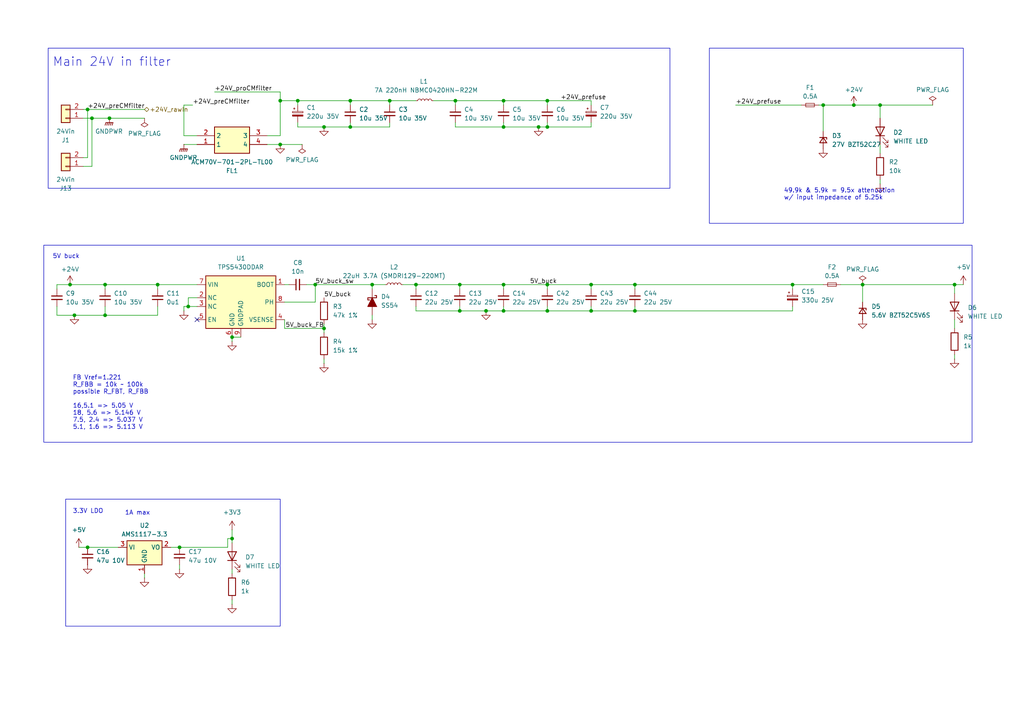
<source format=kicad_sch>
(kicad_sch (version 20231120) (generator "eeschema") (generator_version "8.0")
  (paper "A4")
  (title_block (title "ACC_BMSmaster") (date "2025-06-29") (rev "3.1") (company "NTURacing Team") (comment 1 "Powertrain Group") (comment 2 "Jack Kuo 郭哲明"))
  (lib_symbols
    (symbol "Connector_Generic:Conn_01x02" (pin_names (offset 1.016) hide)
      (property "Reference" "J" (at 0 2.54 0))
      (property "Value" "Conn_01x02" (at 0 -5.08 0))
      (symbol "Conn_01x02_1_1"
        (rectangle (start -1.27 -2.413) (end 0 -2.667) (stroke (width 0.1524)))
        (rectangle (start -1.27 0.127) (end 0 -0.127) (stroke (width 0.1524)))
        (rectangle (start -1.27 1.27) (end 1.27 -3.81) (stroke (width 0.254)) (fill (type background)))
        (pin passive line (at -5.08 0 0) (length 3.81) (name "Pin_1") (number "1"))
        (pin passive line (at -5.08 -2.54 0) (length 3.81) (name "Pin_2") (number "2"))
      )
    )
    (symbol "Device:C_Polarized_Small" (pin_numbers hide) (pin_names (offset 0.254) hide)
      (property "Reference" "C" (at 0.254 1.778 0))
      (property "Value" "C_Polarized_Small" (at 0.254 -2.032 0))
      (symbol "C_Polarized_Small_0_1"
        (rectangle (start -1.524 -0.3048) (end 1.524 -0.6858) (fill (type outline)))
        (rectangle (start -1.524 0.6858) (end 1.524 0.3048))
        (polyline (pts (xy -1.27 1.524) (xy -0.762 1.524)))
        (polyline (pts (xy -1.016 1.27) (xy -1.016 1.778)))
      )
      (symbol "C_Polarized_Small_1_1"
        (pin passive line (at 0 2.54 270) (length 1.8542) (name "~") (number "1"))
        (pin passive line (at 0 -2.54 90) (length 1.8542) (name "~") (number "2"))
      )
    )
    (symbol "Device:C_Small" (pin_numbers hide) (pin_names (offset 0.254) hide)
      (property "Reference" "C" (at 0.254 1.778 0))
      (property "Value" "C_Small" (at 0.254 -2.032 0))
      (symbol "C_Small_0_1"
        (polyline (pts (xy -1.524 -0.508) (xy 1.524 -0.508)) (stroke (width 0.3302)))
        (polyline (pts (xy -1.524 0.508) (xy 1.524 0.508)) (stroke (width 0.3048)))
      )
      (symbol "C_Small_1_1"
        (pin passive line (at 0 2.54 270) (length 2.032) (name "~") (number "1"))
        (pin passive line (at 0 -2.54 90) (length 2.032) (name "~") (number "2"))
      )
    )
    (symbol "Device:D_Zener_Small" (pin_numbers hide) (pin_names (offset 0.254) hide)
      (property "Reference" "D" (at 0 2.286 0))
      (property "Value" "D_Zener_Small" (at 0 -2.286 0))
      (symbol "D_Zener_Small_0_1"
        (polyline (pts (xy 0.762 0) (xy -0.762 0)))
        (polyline (pts (xy -0.254 1.016) (xy -0.762 1.016) (xy -0.762 -1.016)) (stroke (width 0.254)))
        (polyline (pts (xy 0.762 1.016) (xy -0.762 0) (xy 0.762 -1.016) (xy 0.762 1.016)) (stroke (width 0.254)))
      )
      (symbol "D_Zener_Small_1_1"
        (pin passive line (at -2.54 0 0) (length 1.778) (name "K") (number "1"))
        (pin passive line (at 2.54 0 180) (length 1.778) (name "A") (number "2"))
      )
    )
    (symbol "Device:Fuse_Small" (pin_numbers hide) (pin_names (offset 0.254) hide)
      (property "Reference" "F" (at 0 -1.524 0))
      (property "Value" "Fuse_Small" (at 0 1.524 0))
      (symbol "Fuse_Small_0_1"
        (rectangle (start -1.27 0.508) (end 1.27 -0.508))
        (polyline (pts (xy -1.27 0) (xy 1.27 0)))
      )
      (symbol "Fuse_Small_1_1"
        (pin passive line (at -2.54 0 0) (length 1.27) (name "~") (number "1"))
        (pin passive line (at 2.54 0 180) (length 1.27) (name "~") (number "2"))
      )
    )
    (symbol "Device:LED" (pin_numbers hide) (pin_names (offset 1.016) hide)
      (property "Reference" "D" (at 0 2.54 0))
      (property "Value" "LED" (at 0 -2.54 0))
      (symbol "LED_0_1"
        (polyline (pts (xy -1.27 -1.27) (xy -1.27 1.27)) (stroke (width 0.254)))
        (polyline (pts (xy -1.27 0) (xy 1.27 0)))
        (polyline (pts (xy 1.27 -1.27) (xy 1.27 1.27) (xy -1.27 0) (xy 1.27 -1.27)) (stroke (width 0.254)))
        (polyline (pts (xy -3.048 -0.762) (xy -4.572 -2.286) (xy -3.81 -2.286) (xy -4.572 -2.286) (xy -4.572 -1.524)))
        (polyline (pts (xy -1.778 -0.762) (xy -3.302 -2.286) (xy -2.54 -2.286) (xy -3.302 -2.286) (xy -3.302 -1.524)))
      )
      (symbol "LED_1_1"
        (pin passive line (at -3.81 0 0) (length 2.54) (name "K") (number "1"))
        (pin passive line (at 3.81 0 180) (length 2.54) (name "A") (number "2"))
      )
    )
    (symbol "Device:L_Small" (pin_numbers hide) (pin_names (offset 0.254) hide)
      (property "Reference" "L" (at 0.762 1.016 0))
      (property "Value" "L_Small" (at 0.762 -1.016 0))
      (symbol "L_Small_0_1"
        (arc (start 0 -2.032) (mid 0.5058 -1.524) (end 0 -1.016))
        (arc (start 0 -1.016) (mid 0.5058 -0.508) (end 0 0))
        (arc (start 0 0) (mid 0.5058 0.508) (end 0 1.016))
        (arc (start 0 1.016) (mid 0.5058 1.524) (end 0 2.032))
      )
      (symbol "L_Small_1_1"
        (pin passive line (at 0 2.54 270) (length 0.508) (name "~") (number "1"))
        (pin passive line (at 0 -2.54 90) (length 0.508) (name "~") (number "2"))
      )
    )
    (symbol "Device:R" (pin_numbers hide) (pin_names (offset 0))
      (property "Reference" "R" (at 2.032 0 90))
      (property "Value" "R" (at 0 0 90))
      (symbol "R_0_1"
        (rectangle (start -1.016 -2.54) (end 1.016 2.54) (stroke (width 0.254)))
      )
      (symbol "R_1_1"
        (pin passive line (at 0 3.81 270) (length 1.27) (name "~") (number "1"))
        (pin passive line (at 0 -3.81 90) (length 1.27) (name "~") (number "2"))
      )
    )
    (symbol "PCM_Diode_Schottky_AKL:SS54" (pin_numbers hide) (pin_names (offset 1.016) hide)
      (property "Reference" "D" (at 0 5.08 0))
      (property "Value" "SS54" (at 0 2.54 0))
      (symbol "SS54_0_1"
        (polyline (pts (xy -1.27 0) (xy 1.27 0)))
        (polyline (pts (xy -1.27 -1.27) (xy -1.27 1.27) (xy 1.27 0) (xy -1.27 -1.27)) (stroke (width 0.254)) (fill (type outline)))
        (polyline (pts (xy 1.905 -0.762) (xy 1.905 -1.27) (xy 1.27 -1.27) (xy 1.27 1.27) (xy 0.635 1.27) (xy 0.635 0.762)) (stroke (width 0.254)))
      )
      (symbol "SS54_0_2"
        (polyline (pts (xy -2.54 -2.54) (xy 2.54 2.54)))
        (polyline (pts (xy 0 1.778) (xy 1.778 0)) (stroke (width 0.254)))
        (polyline (pts (xy 0 1.778) (xy -0.381 1.397) (xy 0 1.016)) (stroke (width 0.254)))
        (polyline (pts (xy 1.778 0) (xy 2.159 0.381) (xy 1.778 0.762)) (stroke (width 0.254)))
        (polyline (pts (xy -0.889 -0.889) (xy -1.778 0) (xy 0.889 0.889) (xy 0 -1.778) (xy -0.889 -0.889)) (stroke (width 0.254)) (fill (type outline)))
      )
      (symbol "SS54_1_1"
        (pin passive line (at 3.81 0 180) (length 2.54) (name "K") (number "1"))
        (pin passive line (at -3.81 0 0) (length 2.54) (name "A") (number "2"))
      )
      (symbol "SS54_1_2"
        (pin passive line (at 2.54 2.54 180) (length 0) (name "K") (number "1"))
        (pin passive line (at -2.54 -2.54 0) (length 0) (name "A") (number "2"))
      )
    )
    (symbol "Regulator_Linear:AMS1117-3.3"
      (property "Reference" "U" (at -3.81 3.175 0))
      (property "Value" "AMS1117-3.3" (at 0 3.175 0))
      (symbol "AMS1117-3.3_0_1"
        (rectangle (start -5.08 -5.08) (end 5.08 1.905) (stroke (width 0.254)) (fill (type background)))
      )
      (symbol "AMS1117-3.3_1_1"
        (pin power_in line (at 0 -7.62 90) (length 2.54) (name "GND") (number "1"))
        (pin power_out line (at 7.62 0 180) (length 2.54) (name "VO") (number "2"))
        (pin power_in line (at -7.62 0 0) (length 2.54) (name "VI") (number "3"))
      )
    )
    (symbol "SamacSys_Parts_EP6:ACM70V-701-2PL-TL00"
      (property "Reference" "FL" (at 16.51 7.62 0))
      (property "Value" "ACM70V-701-2PL-TL00" (at 16.51 5.08 0))
      (symbol "ACM70V-701-2PL-TL00_1_1"
        (rectangle (start 5.08 2.54) (end 15.24 -5.08) (stroke (width 0.254)) (fill (type background)))
        (pin passive line (at 0 0 0) (length 5.08) (name "1") (number "1"))
        (pin passive line (at 0 -2.54 0) (length 5.08) (name "2") (number "2"))
        (pin passive line (at 20.32 -2.54 180) (length 5.08) (name "3") (number "3"))
        (pin passive line (at 20.32 0 180) (length 5.08) (name "4") (number "4"))
      )
    )
    (symbol "nturt_kicad_lib_EP6:TPS5430DDAR"
      (property "Reference" "U" (at -10.16 8.89 0))
      (property "Value" "TPS5430DDAR" (at -1.27 8.89 0))
      (symbol "TPS5430DDAR_0_1"
        (rectangle (start -10.16 7.62) (end 10.16 -7.62) (stroke (width 0.254)) (fill (type background)))
      )
      (symbol "TPS5430DDAR_1_1"
        (pin input line (at 12.7 5.08 180) (length 2.54) (name "BOOT") (number "1"))
        (pin free line (at -12.7 1.27 0) (length 2.54) (name "NC") (number "2"))
        (pin free line (at -12.7 -1.27 0) (length 2.54) (name "NC") (number "3"))
        (pin input line (at 12.7 -5.08 180) (length 2.54) (name "VSENSE") (number "4"))
        (pin input line (at -12.7 -5.08 0) (length 2.54) (name "EN") (number "5"))
        (pin power_in line (at -2.54 -10.16 90) (length 2.54) (name "GND") (number "6"))
        (pin power_in line (at -12.7 5.08 0) (length 2.54) (name "VIN") (number "7"))
        (pin output line (at 12.7 0 180) (length 2.54) (name "PH") (number "8"))
        (pin power_in line (at 0 -10.16 90) (length 2.54) (name "GNDPAD") (number "9"))
      )
    )
    (symbol "power:+24V" (power) (pin_numbers hide) (pin_names (offset 0) hide)
      (property "Value" "+24V" (at 0 3.556 0))
      (symbol "+24V_0_1"
        (polyline (pts (xy -0.762 1.27) (xy 0 2.54)))
        (polyline (pts (xy 0 0) (xy 0 2.54)))
        (polyline (pts (xy 0 2.54) (xy 0.762 1.27)))
      )
      (symbol "+24V_1_1"
        (pin power_in line (at 0 0 90) (length 0) (name "~") (number "1"))
      )
    )
    (symbol "power:+3V3" (power) (pin_numbers hide) (pin_names (offset 0) hide)
      (property "Value" "+3V3" (at 0 3.556 0))
      (symbol "+3V3_0_1"
        (polyline (pts (xy -0.762 1.27) (xy 0 2.54)))
        (polyline (pts (xy 0 0) (xy 0 2.54)))
        (polyline (pts (xy 0 2.54) (xy 0.762 1.27)))
      )
      (symbol "+3V3_1_1"
        (pin power_in line (at 0 0 90) (length 0) (name "~") (number "1"))
      )
    )
    (symbol "power:+5V" (power) (pin_numbers hide) (pin_names (offset 0) hide)
      (property "Value" "+5V" (at 0 3.556 0))
      (symbol "+5V_0_1"
        (polyline (pts (xy -0.762 1.27) (xy 0 2.54)))
        (polyline (pts (xy 0 0) (xy 0 2.54)))
        (polyline (pts (xy 0 2.54) (xy 0.762 1.27)))
      )
      (symbol "+5V_1_1"
        (pin power_in line (at 0 0 90) (length 0) (name "~") (number "1"))
      )
    )
    (symbol "power:GND" (power) (pin_numbers hide) (pin_names (offset 0) hide)
      (property "Value" "GND" (at 0 -3.81 0))
      (symbol "GND_0_1"
        (polyline (pts (xy 0 0) (xy 0 -1.27) (xy 1.27 -1.27) (xy 0 -2.54) (xy -1.27 -1.27) (xy 0 -1.27)))
      )
      (symbol "GND_1_1"
        (pin power_in line (at 0 0 270) (length 0) (name "~") (number "1"))
      )
    )
    (symbol "power:GNDPWR" (power) (pin_numbers hide) (pin_names (offset 0) hide)
      (property "Value" "GNDPWR" (at 0 -3.302 0))
      (symbol "GNDPWR_0_1"
        (polyline (pts (xy 0 -1.27) (xy 0 0)))
        (polyline (pts (xy -1.016 -1.27) (xy -1.27 -2.032) (xy -1.27 -2.032)) (stroke (width 0.2032)))
        (polyline (pts (xy -0.508 -1.27) (xy -0.762 -2.032) (xy -0.762 -2.032)) (stroke (width 0.2032)))
        (polyline (pts (xy 0 -1.27) (xy -0.254 -2.032) (xy -0.254 -2.032)) (stroke (width 0.2032)))
        (polyline (pts (xy 0.508 -1.27) (xy 0.254 -2.032) (xy 0.254 -2.032)) (stroke (width 0.2032)))
        (polyline (pts (xy 1.016 -1.27) (xy -1.016 -1.27) (xy -1.016 -1.27)) (stroke (width 0.2032)))
        (polyline (pts (xy 1.016 -1.27) (xy 0.762 -2.032) (xy 0.762 -2.032) (xy 0.762 -2.032)) (stroke (width 0.2032)))
      )
      (symbol "GNDPWR_1_1"
        (pin power_in line (at 0 0 270) (length 0) (name "~") (number "1"))
      )
    )
    (symbol "power:PWR_FLAG" (power) (pin_numbers hide) (pin_names (offset 0) hide)
      (property "Value" "PWR_FLAG" (at 0 3.81 0))
      (symbol "PWR_FLAG_0_0"
        (pin power_out line (at 0 0 90) (length 0) (name "~") (number "1"))
      )
      (symbol "PWR_FLAG_0_1"
        (polyline (pts (xy 0 0) (xy 0 1.27) (xy -1.016 1.905) (xy 0 2.54) (xy 1.016 1.905) (xy 0 1.27)))
      )
    )
  )
  (junction (at 250.19 82.55))
  (junction (at 276.86 82.55))
  (junction (at 81.28 41.91))
  (junction (at 101.6 29.21))
  (junction (at 146.05 90.17))
  (junction (at 21.59 91.44))
  (junction (at 107.95 82.55))
  (junction (at 81.28 29.21))
  (junction (at 184.15 90.17))
  (junction (at 184.15 82.55))
  (junction (at 120.65 82.55))
  (junction (at 171.45 82.55))
  (junction (at 146.05 29.21))
  (junction (at 67.31 97.79))
  (junction (at 101.6 36.83))
  (junction (at 146.05 36.83))
  (junction (at 25.4 31.75))
  (junction (at 93.98 95.25))
  (junction (at 158.75 90.17))
  (junction (at 91.44 82.55))
  (junction (at 247.65 30.48))
  (junction (at 146.05 82.55))
  (junction (at 133.35 82.55))
  (junction (at 45.72 82.55))
  (junction (at 156.21 36.83))
  (junction (at 113.03 29.21))
  (junction (at 26.67 34.29))
  (junction (at 67.31 156.21))
  (junction (at 54.61 88.9))
  (junction (at 158.75 36.83))
  (junction (at 238.76 30.48))
  (junction (at 20.32 82.55))
  (junction (at 30.48 91.44))
  (junction (at 132.08 29.21))
  (junction (at 133.35 90.17))
  (junction (at 93.98 36.83))
  (junction (at 86.36 29.21))
  (junction (at 171.45 90.17))
  (junction (at 229.87 82.55))
  (junction (at 25.4 158.75))
  (junction (at 158.75 29.21))
  (junction (at 30.48 82.55))
  (junction (at 52.07 158.75))
  (junction (at 158.75 82.55))
  (junction (at 255.27 30.48))
  (junction (at 31.75 34.29))
  (junction (at 140.97 90.17))
  (no_connect (at 57.15 92.71))
  (wire (pts (xy 120.65 82.55) (xy 133.35 82.55)))
  (wire (pts (xy 171.45 29.21) (xy 158.75 29.21)))
  (wire (pts (xy 132.08 36.83) (xy 132.08 35.56)))
  (wire (pts (xy 93.98 93.98) (xy 93.98 95.25)))
  (wire (pts (xy 91.44 82.55) (xy 107.95 82.55)))
  (wire (pts (xy 156.21 36.83) (xy 158.75 36.83)))
  (wire (pts (xy 184.15 90.17) (xy 171.45 90.17)))
  (wire (pts (xy 77.47 39.37) (xy 81.28 39.37)))
  (wire (pts (xy 213.36 30.48) (xy 232.41 30.48)))
  (wire (pts (xy 57.15 86.36) (xy 54.61 86.36)))
  (wire (pts (xy 67.31 97.79) (xy 69.85 97.79)))
  (wire (pts (xy 53.34 30.48) (xy 55.88 30.48)))
  (wire (pts (xy 67.31 156.21) (xy 66.04 156.21)))
  (wire (pts (xy 93.98 95.25) (xy 82.55 95.25)))
  (wire (pts (xy 146.05 83.82) (xy 146.05 82.55)))
  (wire (pts (xy 20.32 82.55) (xy 16.51 82.55)))
  (wire (pts (xy 184.15 82.55) (xy 229.87 82.55)))
  (wire (pts (xy 146.05 82.55) (xy 158.75 82.55)))
  (wire (pts (xy 116.84 82.55) (xy 120.65 82.55)))
  (wire (pts (xy 86.36 29.21) (xy 101.6 29.21)))
  (wire (pts (xy 30.48 82.55) (xy 45.72 82.55)))
  (wire (pts (xy 158.75 36.83) (xy 171.45 36.83)))
  (wire (pts (xy 107.95 92.71) (xy 107.95 91.44)))
  (wire (pts (xy 184.15 90.17) (xy 229.87 90.17)))
  (wire (pts (xy 238.76 30.48) (xy 247.65 30.48)))
  (wire (pts (xy 81.28 29.21) (xy 86.36 29.21)))
  (wire (pts (xy 133.35 82.55) (xy 146.05 82.55)))
  (wire (pts (xy 45.72 82.55) (xy 57.15 82.55)))
  (wire (pts (xy 133.35 83.82) (xy 133.35 82.55)))
  (wire (pts (xy 107.95 83.82) (xy 107.95 82.55)))
  (wire (pts (xy 86.36 36.83) (xy 86.36 35.56)))
  (wire (pts (xy 93.98 36.83) (xy 101.6 36.83)))
  (wire (pts (xy 52.07 165.1) (xy 52.07 163.83)))
  (wire (pts (xy 132.08 29.21) (xy 125.73 29.21)))
  (wire (pts (xy 54.61 86.36) (xy 54.61 88.9)))
  (wire (pts (xy 81.28 29.21) (xy 81.28 39.37)))
  (wire (pts (xy 41.91 34.29) (xy 31.75 34.29)))
  (wire (pts (xy 146.05 90.17) (xy 146.05 88.9)))
  (wire (pts (xy 171.45 30.48) (xy 171.45 29.21)))
  (wire (pts (xy 101.6 29.21) (xy 113.03 29.21)))
  (wire (pts (xy 113.03 29.21) (xy 120.65 29.21)))
  (wire (pts (xy 120.65 90.17) (xy 120.65 88.9)))
  (wire (pts (xy 45.72 88.9) (xy 45.72 91.44)))
  (wire (pts (xy 25.4 45.72) (xy 25.4 31.75)))
  (wire (pts (xy 26.67 48.26) (xy 26.67 34.29)))
  (wire (pts (xy 120.65 83.82) (xy 120.65 82.55)))
  (wire (pts (xy 24.13 45.72) (xy 25.4 45.72)))
  (wire (pts (xy 270.51 30.48) (xy 255.27 30.48)))
  (wire (pts (xy 171.45 83.82) (xy 171.45 82.55)))
  (wire (pts (xy 113.03 30.48) (xy 113.03 29.21)))
  (wire (pts (xy 66.04 158.75) (xy 66.04 156.21)))
  (wire (pts (xy 158.75 83.82) (xy 158.75 82.55)))
  (wire (pts (xy 45.72 91.44) (xy 30.48 91.44)))
  (wire (pts (xy 229.87 82.55) (xy 238.76 82.55)))
  (wire (pts (xy 20.32 82.55) (xy 30.48 82.55)))
  (wire (pts (xy 158.75 90.17) (xy 146.05 90.17)))
  (wire (pts (xy 21.59 91.44) (xy 30.48 91.44)))
  (wire (pts (xy 62.23 26.67) (xy 81.28 26.67)))
  (wire (pts (xy 30.48 91.44) (xy 30.48 88.9)))
  (wire (pts (xy 238.76 38.1) (xy 238.76 30.48)))
  (wire (pts (xy 16.51 91.44) (xy 16.51 88.9)))
  (wire (pts (xy 133.35 90.17) (xy 140.97 90.17)))
  (wire (pts (xy 250.19 82.55) (xy 276.86 82.55)))
  (wire (pts (xy 250.19 82.55) (xy 250.19 87.63)))
  (wire (pts (xy 24.13 48.26) (xy 26.67 48.26)))
  (wire (pts (xy 49.53 158.75) (xy 52.07 158.75)))
  (wire (pts (xy 22.86 158.75) (xy 25.4 158.75)))
  (wire (pts (xy 146.05 36.83) (xy 146.05 35.56)))
  (wire (pts (xy 146.05 29.21) (xy 158.75 29.21)))
  (wire (pts (xy 86.36 36.83) (xy 93.98 36.83)))
  (wire (pts (xy 82.55 87.63) (xy 91.44 87.63)))
  (wire (pts (xy 16.51 83.82) (xy 16.51 82.55)))
  (wire (pts (xy 101.6 36.83) (xy 101.6 35.56)))
  (wire (pts (xy 120.65 90.17) (xy 133.35 90.17)))
  (wire (pts (xy 107.95 82.55) (xy 111.76 82.55)))
  (wire (pts (xy 113.03 35.56) (xy 113.03 36.83)))
  (wire (pts (xy 255.27 44.45) (xy 255.27 41.91)))
  (wire (pts (xy 229.87 82.55) (xy 229.87 83.82)))
  (wire (pts (xy 243.84 82.55) (xy 250.19 82.55)))
  (wire (pts (xy 77.47 41.91) (xy 81.28 41.91)))
  (wire (pts (xy 82.55 82.55) (xy 83.82 82.55)))
  (wire (pts (xy 276.86 104.14) (xy 276.86 102.87)))
  (wire (pts (xy 41.91 167.64) (xy 41.91 166.37)))
  (wire (pts (xy 26.67 34.29) (xy 31.75 34.29)))
  (wire (pts (xy 146.05 90.17) (xy 140.97 90.17)))
  (wire (pts (xy 229.87 90.17) (xy 229.87 88.9)))
  (wire (pts (xy 132.08 30.48) (xy 132.08 29.21)))
  (wire (pts (xy 88.9 82.55) (xy 91.44 82.55)))
  (wire (pts (xy 25.4 31.75) (xy 41.91 31.75)))
  (wire (pts (xy 276.86 82.55) (xy 279.4 82.55)))
  (wire (pts (xy 276.86 82.55) (xy 276.86 85.09)))
  (wire (pts (xy 158.75 88.9) (xy 158.75 90.17)))
  (wire (pts (xy 53.34 30.48) (xy 53.34 39.37)))
  (wire (pts (xy 132.08 36.83) (xy 146.05 36.83)))
  (wire (pts (xy 81.28 41.91) (xy 87.63 41.91)))
  (wire (pts (xy 16.51 91.44) (xy 21.59 91.44)))
  (wire (pts (xy 67.31 175.26) (xy 67.31 173.99)))
  (wire (pts (xy 86.36 30.48) (xy 86.36 29.21)))
  (wire (pts (xy 132.08 29.21) (xy 146.05 29.21)))
  (wire (pts (xy 53.34 90.17) (xy 53.34 88.9)))
  (wire (pts (xy 276.86 95.25) (xy 276.86 92.71)))
  (wire (pts (xy 24.13 31.75) (xy 25.4 31.75)))
  (wire (pts (xy 158.75 30.48) (xy 158.75 29.21)))
  (wire (pts (xy 146.05 36.83) (xy 156.21 36.83)))
  (wire (pts (xy 24.13 34.29) (xy 26.67 34.29)))
  (wire (pts (xy 67.31 99.06) (xy 67.31 97.79)))
  (wire (pts (xy 101.6 30.48) (xy 101.6 29.21)))
  (wire (pts (xy 93.98 105.41) (xy 93.98 104.14)))
  (wire (pts (xy 30.48 82.55) (xy 30.48 83.82)))
  (wire (pts (xy 67.31 156.21) (xy 67.31 157.48)))
  (wire (pts (xy 53.34 88.9) (xy 54.61 88.9)))
  (wire (pts (xy 171.45 82.55) (xy 184.15 82.55)))
  (wire (pts (xy 171.45 90.17) (xy 158.75 90.17)))
  (wire (pts (xy 67.31 166.37) (xy 67.31 165.1)))
  (wire (pts (xy 184.15 83.82) (xy 184.15 82.55)))
  (wire (pts (xy 171.45 88.9) (xy 171.45 90.17)))
  (wire (pts (xy 146.05 30.48) (xy 146.05 29.21)))
  (wire (pts (xy 101.6 36.83) (xy 113.03 36.83)))
  (wire (pts (xy 255.27 53.34) (xy 255.27 52.07)))
  (wire (pts (xy 158.75 36.83) (xy 158.75 35.56)))
  (wire (pts (xy 54.61 88.9) (xy 57.15 88.9)))
  (wire (pts (xy 158.75 82.55) (xy 171.45 82.55)))
  (wire (pts (xy 25.4 158.75) (xy 34.29 158.75)))
  (wire (pts (xy 93.98 95.25) (xy 93.98 96.52)))
  (wire (pts (xy 67.31 153.67) (xy 67.31 156.21)))
  (wire (pts (xy 53.34 41.91) (xy 57.15 41.91)))
  (wire (pts (xy 52.07 158.75) (xy 66.04 158.75)))
  (wire (pts (xy 237.49 30.48) (xy 238.76 30.48)))
  (wire (pts (xy 184.15 88.9) (xy 184.15 90.17)))
  (wire (pts (xy 133.35 90.17) (xy 133.35 88.9)))
  (wire (pts (xy 82.55 95.25) (xy 82.55 92.71)))
  (wire (pts (xy 255.27 30.48) (xy 255.27 34.29)))
  (wire (pts (xy 53.34 39.37) (xy 57.15 39.37)))
  (wire (pts (xy 247.65 30.48) (xy 255.27 30.48)))
  (wire (pts (xy 45.72 83.82) (xy 45.72 82.55)))
  (wire (pts (xy 91.44 82.55) (xy 91.44 87.63)))
  (wire (pts (xy 81.28 26.67) (xy 81.28 29.21)))
  (wire (pts (xy 171.45 36.83) (xy 171.45 35.56)))
  (rectangle (start 12.7 71.12) (end 281.94 128.27))
  (rectangle (start 13.97 13.97) (end 194.31 54.61))
  (rectangle (start 19.05 144.78) (end 81.28 181.61))
  (rectangle (start 205.74 13.97) (end 279.4 64.77))
  (text "49.9k & 5.9k = 9.5x attenuation \nw/ input impedance of 5.25k" (at 227.33 58.166 0) (effects (font (size 1.27 1.27)) (justify left bottom)))
  (text "FB Vref=1.221\nR_FBB = 10k ~ 100k\npossible R_FBT, R_FBB\n\n16,5.1 => 5.05 V\n18, 5.6 => 5.146 V\n7.5, 2.4 => 5.037 V\n5.1, 1.6 => 5.113 V" (at 21.082 124.714 0) (effects (font (size 1.27 1.27)) (justify left bottom)))
  (text "1A max" (at 39.878 148.844 0) (effects (font (size 1.27 1.27))))
  (text "5V buck" (at 15.24 75.184 0) (effects (font (size 1.27 1.27)) (justify left bottom)))
  (text "3.3V LDO" (at 21.082 149.098 0) (effects (font (size 1.27 1.27)) (justify left bottom)))
  (text "Main 24V in filter\n" (at 15.24 19.558 0) (effects (font (size 2.54 2.54)) (justify left bottom)))
  (label "+24V_prefuse" (at 162.56 29.21 0))
  (label "+24V_proCMfilter" (at 62.23 26.67 0))
  (label "5V_buck_FB" (at 93.98 95.25 180))
  (label "5V_buck" (at 93.98 86.36 0))
  (label "5V_buck" (at 153.67 82.55 0))
  (label "+24V_prefuse" (at 213.36 30.48 0))
  (label "+24V_preCMfilter" (at 55.88 30.48 0))
  (label "+24V_preCMfilter" (at 25.4 31.75 0))
  (label "5V_buck_sw" (at 91.44 82.55 0))
  (hierarchical_label "+24V_rawIn" (shape bidirectional) (at 41.91 31.75 0))
  (symbol (lib_id "SamacSys_Parts_EP6:ACM70V-701-2PL-TL00") (at 57.15 41.91 0) (mirror x) (unit 1)
    (property "Reference" "FL1" (at 67.31 49.53 0))
    (property "Value" "ACM70V-701-2PL-TL00" (at 67.31 46.99 0))
    (property "Footprint" "SamacSys_Parts_EP6:ACM70V7012PLTL00" (effects (hide yes)))
    (property "Datasheet" "https://product.tdk.com/system/files/dam/doc/product/emc/emc/cmf_cmc/datasheets/cmf_automotive_power_acm70v_en.pdf" (effects (hide yes)))
    (property "Description" "Common Mode Choke 700R 4A R015 SMD TDK ACM-V Series Shielded SMD Common Mode Line Filter with a Ferrite Core, Wire-Wound 4A Idc" (effects (hide yes)))
    (property "Height" "3" (effects (hide yes)))
    (property "Mouser Part Number" "810-ACM70V7012PLTL00" (effects (hide yes)))
    (property "Mouser Price/Stock" "https://www.mouser.co.uk/ProductDetail/TDK/ACM70V-701-2PL-TL00?qs=YvrHl8DOVkzRE2uVQ82ErQ%3D%3D" (effects (hide yes)))
    (property "Manufacturer_Name" "TDK" (effects (hide yes)))
    (property "Manufacturer_Part_Number" "ACM70V-701-2PL-TL00" (effects (hide yes)))
  )
  (symbol (lib_id "Device:R") (at 93.98 100.33 0) (unit 1)
    (property "Reference" "R4" (at 96.52 99.06 0) (effects (justify left)))
    (property "Value" "15k 1%" (at 96.52 101.6 0) (effects (justify left)))
    (property "Footprint" "Resistor_SMD:R_0603_1608Metric" (effects (hide yes)))
    (property "Description" "Resistor" (effects (hide yes)))
  )
  (symbol (lib_id "power:+24V") (at 247.65 30.48 0) (unit 1)
    (property "Reference" "#PWR01" (effects (hide yes)))
    (property "Value" "+24V" (at 247.65 26.035 0))
    (property "Description" "Power symbol creates a global label with name \"+24V\"" (effects (hide yes)))
  )
  (symbol (lib_id "Device:C_Small") (at 171.45 86.36 0) (unit 1)
    (property "Reference" "C43" (at 173.99 85.0962 0) (effects (justify left)))
    (property "Value" "22u 25V" (at 173.99 87.6362 0) (effects (justify left)))
    (property "Footprint" "Capacitor_SMD:C_1206_3216Metric" (effects (hide yes)))
    (property "Description" "Unpolarized capacitor, small symbol" (effects (hide yes)))
  )
  (symbol (lib_id "Device:R") (at 93.98 90.17 0) (unit 1)
    (property "Reference" "R3" (at 96.52 88.9 0) (effects (justify left)))
    (property "Value" "47k 1%" (at 96.52 91.44 0) (effects (justify left)))
    (property "Footprint" "Resistor_SMD:R_0603_1608Metric" (effects (hide yes)))
    (property "Description" "Resistor" (effects (hide yes)))
  )
  (symbol (lib_id "power:GND") (at 53.34 90.17 0) (unit 1)
    (property "Reference" "#PWR012" (effects (hide yes)))
    (property "Value" "GND" (effects (hide yes)))
    (property "Description" "Power symbol creates a global label with name \"GND\" , ground" (effects (hide yes)))
  )
  (symbol (lib_id "power:PWR_FLAG") (at 250.19 82.55 0) (mirror y) (unit 1)
    (property "Reference" "#FLG04" (effects (hide yes)))
    (property "Value" "PWR_FLAG" (at 250.19 78.105 0))
    (property "Description" "Special symbol for telling ERC where power comes from" (effects (hide yes)))
  )
  (symbol (lib_id "Device:LED") (at 255.27 38.1 90) (unit 1)
    (property "Reference" "D2" (at 259.08 38.4174 90) (effects (justify right)))
    (property "Value" "WHITE LED" (at 259.08 40.9574 90) (effects (justify right)))
    (property "Footprint" "LED_SMD:LED_0603_1608Metric" (effects (hide yes)))
    (property "Description" "Light emitting diode" (effects (hide yes)))
  )
  (symbol (lib_id "Device:C_Small") (at 133.35 86.36 0) (unit 1)
    (property "Reference" "C13" (at 135.89 85.0962 0) (effects (justify left)))
    (property "Value" "22u 25V" (at 135.89 87.6362 0) (effects (justify left)))
    (property "Footprint" "Capacitor_SMD:C_1206_3216Metric" (effects (hide yes)))
    (property "Description" "Unpolarized capacitor, small symbol" (effects (hide yes)))
  )
  (symbol (lib_id "power:+5V") (at 279.4 82.55 0) (unit 1)
    (property "Reference" "#PWR011" (effects (hide yes)))
    (property "Value" "+5V" (at 279.4 77.47 0))
    (property "Description" "Power symbol creates a global label with name \"+5V\"" (effects (hide yes)))
  )
  (symbol (lib_id "Connector_Generic:Conn_01x02") (at 19.05 34.29 180) (unit 1)
    (property "Reference" "J1" (at 19.05 40.64 0))
    (property "Value" "24Vin" (at 19.05 38.1 0))
    (property "Footprint" "Connector_JST:JST_VH_B2P-VH_1x02_P3.96mm_Vertical" (effects (hide yes)))
    (property "Description" "Generic connector, single row, 01x02, script generated (kicad-library-utils/schlib/autogen/connector/)" (effects (hide yes)))
  )
  (symbol (lib_id "power:GND") (at 250.19 92.71 0) (unit 1)
    (property "Reference" "#PWR016" (effects (hide yes)))
    (property "Value" "GND" (effects (hide yes)))
    (property "Description" "Power symbol creates a global label with name \"GND\" , ground" (effects (hide yes)))
  )
  (symbol (lib_id "Device:C_Small") (at 25.4 161.29 0) (unit 1)
    (property "Reference" "C16" (at 27.94 160.02 0) (effects (justify left)))
    (property "Value" "47u 10V" (at 27.94 162.56 0) (effects (justify left)))
    (property "Footprint" "Capacitor_SMD:C_1206_3216Metric" (effects (hide yes)))
    (property "Description" "Unpolarized capacitor, small symbol" (effects (hide yes)))
  )
  (symbol (lib_id "power:GND") (at 21.59 91.44 0) (unit 1)
    (property "Reference" "#PWR014" (effects (hide yes)))
    (property "Value" "GND" (effects (hide yes)))
    (property "Description" "Power symbol creates a global label with name \"GND\" , ground" (effects (hide yes)))
  )
  (symbol (lib_id "nturt_kicad_lib_EP6:TPS5430DDAR") (at 69.85 87.63 0) (unit 1)
    (property "Reference" "U1" (at 69.85 74.93 0))
    (property "Value" "TPS5430DDAR" (at 69.85 77.47 0))
    (property "Footprint" "Package_SO:TI_SO-PowerPAD-8_ThermalVias" (effects (hide yes)))
    (property "Datasheet" "http://www.ti.com/lit/ds/symlink/tps5430.pdf" (effects (hide yes)))
    (property "Description" "3A, Step Down Swift Converter, Adjustable Output Voltage, 5.5-36V Input Voltage, PowerSO-8" (effects (hide yes)))
  )
  (symbol (lib_id "power:GNDPWR") (at 31.75 34.29 0) (unit 1)
    (property "Reference" "#PWR02" (effects (hide yes)))
    (property "Value" "GNDPWR" (at 31.623 38.1 0))
    (property "Description" "Power symbol creates a global label with name \"GNDPWR\" , global ground" (effects (hide yes)))
  )
  (symbol (lib_id "Device:C_Small") (at 146.05 33.02 0) (unit 1)
    (property "Reference" "C5" (at 148.59 31.7562 0) (effects (justify left)))
    (property "Value" "10u 35V" (at 148.59 34.2962 0) (effects (justify left)))
    (property "Footprint" "Capacitor_SMD:C_1206_3216Metric" (effects (hide yes)))
    (property "Description" "Unpolarized capacitor, small symbol" (effects (hide yes)))
  )
  (symbol (lib_id "Device:C_Small") (at 45.72 86.36 180) (unit 1)
    (property "Reference" "C11" (at 48.26 85.0835 0) (effects (justify right)))
    (property "Value" "0u1" (at 48.26 87.6235 0) (effects (justify right)))
    (property "Footprint" "Capacitor_SMD:C_0603_1608Metric" (effects (hide yes)))
    (property "Description" "Unpolarized capacitor, small symbol" (effects (hide yes)))
  )
  (symbol (lib_id "Device:LED") (at 276.86 88.9 90) (unit 1)
    (property "Reference" "D6" (at 280.67 89.2174 90) (effects (justify right)))
    (property "Value" "WHITE LED" (at 280.67 91.7574 90) (effects (justify right)))
    (property "Footprint" "LED_SMD:LED_0603_1608Metric" (effects (hide yes)))
    (property "Description" "Light emitting diode" (effects (hide yes)))
  )
  (symbol (lib_id "Connector_Generic:Conn_01x02") (at 19.05 48.26 180) (unit 1)
    (property "Reference" "J13" (at 19.05 54.61 0))
    (property "Value" "24Vin" (at 19.05 52.07 0))
    (property "Footprint" "Connector_JST:JST_VH_B2P-VH_1x02_P3.96mm_Vertical" (effects (hide yes)))
    (property "Description" "Generic connector, single row, 01x02, script generated (kicad-library-utils/schlib/autogen/connector/)" (effects (hide yes)))
  )
  (symbol (lib_id "Device:C_Small") (at 146.05 86.36 0) (unit 1)
    (property "Reference" "C14" (at 148.59 85.0962 0) (effects (justify left)))
    (property "Value" "22u 25V" (at 148.59 87.6362 0) (effects (justify left)))
    (property "Footprint" "Capacitor_SMD:C_1206_3216Metric" (effects (hide yes)))
    (property "Description" "Unpolarized capacitor, small symbol" (effects (hide yes)))
  )
  (symbol (lib_id "power:GND") (at 255.27 53.34 0) (unit 1)
    (property "Reference" "#PWR09" (effects (hide yes)))
    (property "Value" "GND" (effects (hide yes)))
    (property "Description" "Power symbol creates a global label with name \"GND\" , ground" (effects (hide yes)))
  )
  (symbol (lib_id "Device:C_Small") (at 158.75 33.02 0) (unit 1)
    (property "Reference" "C6" (at 161.29 31.7562 0) (effects (justify left)))
    (property "Value" "10u 35V" (at 161.29 34.2962 0) (effects (justify left)))
    (property "Footprint" "Capacitor_SMD:C_1206_3216Metric" (effects (hide yes)))
    (property "Description" "Unpolarized capacitor, small symbol" (effects (hide yes)))
  )
  (symbol (lib_id "Regulator_Linear:AMS1117-3.3") (at 41.91 158.75 0) (unit 1)
    (property "Reference" "U2" (at 41.91 152.4 0))
    (property "Value" "AMS1117-3.3" (at 41.91 154.94 0))
    (property "Footprint" "Package_TO_SOT_SMD:SOT-223-3_TabPin2" (effects (hide yes)))
    (property "Datasheet" "http://www.advanced-monolithic.com/pdf/ds1117.pdf" (effects (hide yes)))
    (property "Description" "1A Low Dropout regulator, positive, 3.3V fixed output, SOT-223" (effects (hide yes)))
  )
  (symbol (lib_id "power:GNDPWR") (at 53.34 41.91 0) (unit 1)
    (property "Reference" "#PWR05" (effects (hide yes)))
    (property "Value" "GNDPWR" (at 53.213 45.72 0))
    (property "Description" "Power symbol creates a global label with name \"GNDPWR\" , global ground" (effects (hide yes)))
  )
  (symbol (lib_id "power:GND") (at 25.4 163.83 0) (unit 1)
    (property "Reference" "#PWR022" (effects (hide yes)))
    (property "Value" "GND" (effects (hide yes)))
    (property "Description" "Power symbol creates a global label with name \"GND\" , ground" (effects (hide yes)))
  )
  (symbol (lib_id "Device:Fuse_Small") (at 234.95 30.48 0) (unit 1)
    (property "Reference" "F1" (at 234.95 25.4 0))
    (property "Value" "0.5A" (at 234.95 27.94 0))
    (property "Footprint" "Fuse:Fuse_1206_3216Metric" (effects (hide yes)))
    (property "Description" "Fuse, small symbol" (effects (hide yes)))
  )
  (symbol (lib_id "power:GND") (at 52.07 165.1 0) (unit 1)
    (property "Reference" "#PWR023" (effects (hide yes)))
    (property "Value" "GND" (effects (hide yes)))
    (property "Description" "Power symbol creates a global label with name \"GND\" , ground" (effects (hide yes)))
  )
  (symbol (lib_id "Device:R") (at 255.27 48.26 0) (unit 1)
    (property "Reference" "R2" (at 257.81 46.99 0) (effects (justify left)))
    (property "Value" "10k" (at 257.81 49.53 0) (effects (justify left)))
    (property "Footprint" "Resistor_SMD:R_0402_1005Metric" (effects (hide yes)))
    (property "Description" "Resistor" (effects (hide yes)))
  )
  (symbol (lib_id "power:GND") (at 276.86 104.14 0) (unit 1)
    (property "Reference" "#PWR019" (effects (hide yes)))
    (property "Value" "GND" (effects (hide yes)))
    (property "Description" "Power symbol creates a global label with name \"GND\" , ground" (effects (hide yes)))
  )
  (symbol (lib_id "Device:R") (at 67.31 170.18 0) (unit 1)
    (property "Reference" "R6" (at 69.85 168.91 0) (effects (justify left)))
    (property "Value" "1k" (at 69.85 171.45 0) (effects (justify left)))
    (property "Footprint" "Resistor_SMD:R_0402_1005Metric" (effects (hide yes)))
    (property "Description" "Resistor" (effects (hide yes)))
  )
  (symbol (lib_id "power:+24V") (at 20.32 82.55 0) (unit 1)
    (property "Reference" "#PWR010" (effects (hide yes)))
    (property "Value" "+24V" (at 20.32 78.105 0))
    (property "Description" "Power symbol creates a global label with name \"+24V\"" (effects (hide yes)))
  )
  (symbol (lib_id "Device:C_Polarized_Small") (at 229.87 86.36 0) (unit 1)
    (property "Reference" "C15" (at 232.41 84.5438 0) (effects (justify left)))
    (property "Value" "330u 25V" (at 232.41 87.0838 0) (effects (justify left)))
    (property "Footprint" "Capacitor_THT:CP_Radial_D8.0mm_P3.80mm" (effects (hide yes)))
    (property "Description" "Polarized capacitor, small symbol" (effects (hide yes)))
  )
  (symbol (lib_id "Device:Fuse_Small") (at 241.3 82.55 0) (unit 1)
    (property "Reference" "F2" (at 241.3 77.47 0))
    (property "Value" "0.5A" (at 241.3 80.01 0))
    (property "Footprint" "Fuse:Fuse_1206_3216Metric" (effects (hide yes)))
    (property "Description" "Fuse, small symbol" (effects (hide yes)))
  )
  (symbol (lib_id "Device:L_Small") (at 114.3 82.55 90) (unit 1)
    (property "Reference" "L2" (at 114.3 77.47 90))
    (property "Value" "22uH 3.7A (SMDRI129-220MT)" (at 114.3 80.01 90))
    (property "Footprint" "Inductor_SMD:L_Bourns_SRR1260" (effects (hide yes)))
    (property "Description" "Inductor, small symbol" (effects (hide yes)))
  )
  (symbol (lib_id "power:PWR_FLAG") (at 41.91 34.29 180) (unit 1)
    (property "Reference" "#FLG02" (effects (hide yes)))
    (property "Value" "PWR_FLAG" (at 41.91 38.735 0))
    (property "Description" "Special symbol for telling ERC where power comes from" (effects (hide yes)))
  )
  (symbol (lib_id "Device:C_Small") (at 52.07 161.29 0) (unit 1)
    (property "Reference" "C17" (at 54.61 160.02 0) (effects (justify left)))
    (property "Value" "47u 10V" (at 54.61 162.56 0) (effects (justify left)))
    (property "Footprint" "Capacitor_SMD:C_1206_3216Metric" (effects (hide yes)))
    (property "Description" "Unpolarized capacitor, small symbol" (effects (hide yes)))
  )
  (symbol (lib_id "Device:C_Small") (at 184.15 86.36 0) (unit 1)
    (property "Reference" "C44" (at 186.69 85.0962 0) (effects (justify left)))
    (property "Value" "22u 25V" (at 186.69 87.6362 0) (effects (justify left)))
    (property "Footprint" "Capacitor_SMD:C_1206_3216Metric" (effects (hide yes)))
    (property "Description" "Unpolarized capacitor, small symbol" (effects (hide yes)))
  )
  (symbol (lib_id "power:GND") (at 93.98 36.83 0) (unit 1)
    (property "Reference" "#PWR03" (effects (hide yes)))
    (property "Value" "GND" (effects (hide yes)))
    (property "Description" "Power symbol creates a global label with name \"GND\" , ground" (effects (hide yes)))
  )
  (symbol (lib_id "power:GND") (at 81.28 41.91 0) (unit 1)
    (property "Reference" "#PWR06" (effects (hide yes)))
    (property "Value" "GND" (effects (hide yes)))
    (property "Description" "Power symbol creates a global label with name \"GND\" , ground" (effects (hide yes)))
  )
  (symbol (lib_id "power:GND") (at 107.95 92.71 0) (unit 1)
    (property "Reference" "#PWR015" (effects (hide yes)))
    (property "Value" "GND" (effects (hide yes)))
    (property "Description" "Power symbol creates a global label with name \"GND\" , ground" (effects (hide yes)))
  )
  (symbol (lib_id "Device:C_Small") (at 16.51 86.36 0) (unit 1)
    (property "Reference" "C9" (at 19.05 85.0962 0) (effects (justify left)))
    (property "Value" "10u 35V" (at 19.05 87.6362 0) (effects (justify left)))
    (property "Footprint" "Capacitor_SMD:C_1206_3216Metric" (effects (hide yes)))
    (property "Description" "Unpolarized capacitor, small symbol" (effects (hide yes)))
  )
  (symbol (lib_id "Device:D_Zener_Small") (at 238.76 40.64 270) (unit 1)
    (property "Reference" "D3" (at 241.3 39.37 90) (effects (justify left)))
    (property "Value" "27V BZT52C27" (at 241.3 41.91 90) (effects (justify left)))
    (property "Footprint" "Diode_SMD:D_SOD-323" (effects (hide yes)))
    (property "Description" "Zener diode, small symbol" (effects (hide yes)))
  )
  (symbol (lib_id "Device:L_Small") (at 123.19 29.21 90) (unit 1)
    (property "Reference" "L1" (at 122.936 23.622 90))
    (property "Value" "7A 220nH NBMC0420HN-R22M" (at 123.571 26.162 90))
    (property "Footprint" "Inductor_SMD:L_Ferrocore_DLG-0403" (effects (hide yes)))
    (property "Description" "Inductor, small symbol" (effects (hide yes)))
  )
  (symbol (lib_id "Device:D_Zener_Small") (at 250.19 90.17 270) (unit 1)
    (property "Reference" "D5" (at 252.73 88.9 90) (effects (justify left)))
    (property "Value" "5.6V BZT52C5V6S" (at 252.73 91.44 90) (effects (justify left)))
    (property "Footprint" "Diode_SMD:D_SOD-323" (effects (hide yes)))
    (property "Description" "Zener diode, small symbol" (effects (hide yes)))
  )
  (symbol (lib_id "power:GND") (at 67.31 99.06 0) (unit 1)
    (property "Reference" "#PWR017" (effects (hide yes)))
    (property "Value" "GND" (effects (hide yes)))
    (property "Description" "Power symbol creates a global label with name \"GND\" , ground" (effects (hide yes)))
  )
  (symbol (lib_id "power:GND") (at 238.76 43.18 0) (unit 1)
    (property "Reference" "#PWR07" (effects (hide yes)))
    (property "Value" "GND" (effects (hide yes)))
    (property "Description" "Power symbol creates a global label with name \"GND\" , ground" (effects (hide yes)))
  )
  (symbol (lib_id "Device:C_Small") (at 101.6 33.02 0) (unit 1)
    (property "Reference" "C2" (at 104.14 31.7562 0) (effects (justify left)))
    (property "Value" "10u 35V" (at 104.14 34.2962 0) (effects (justify left)))
    (property "Footprint" "Capacitor_SMD:C_1206_3216Metric" (effects (hide yes)))
    (property "Description" "Unpolarized capacitor, small symbol" (effects (hide yes)))
  )
  (symbol (lib_id "power:GND") (at 93.98 105.41 0) (unit 1)
    (property "Reference" "#PWR018" (effects (hide yes)))
    (property "Value" "GND" (effects (hide yes)))
    (property "Description" "Power symbol creates a global label with name \"GND\" , ground" (effects (hide yes)))
  )
  (symbol (lib_id "power:GND") (at 41.91 167.64 0) (unit 1)
    (property "Reference" "#PWR024" (effects (hide yes)))
    (property "Value" "GND" (effects (hide yes)))
    (property "Description" "Power symbol creates a global label with name \"GND\" , ground" (effects (hide yes)))
  )
  (symbol (lib_id "Device:C_Polarized_Small") (at 171.45 33.02 0) (unit 1)
    (property "Reference" "C7" (at 173.99 31.2038 0) (effects (justify left)))
    (property "Value" "220u 35V" (at 173.99 33.7438 0) (effects (justify left)))
    (property "Footprint" "Capacitor_THT:CP_Radial_D8.0mm_P3.80mm" (effects (hide yes)))
    (property "Description" "Polarized capacitor, small symbol" (effects (hide yes)))
  )
  (symbol (lib_id "Device:C_Small") (at 86.36 82.55 90) (unit 1)
    (property "Reference" "C8" (at 86.3663 76.2 90))
    (property "Value" "10n" (at 86.3663 78.74 90))
    (property "Footprint" "Capacitor_SMD:C_0603_1608Metric" (effects (hide yes)))
    (property "Description" "Unpolarized capacitor, small symbol" (effects (hide yes)))
  )
  (symbol (lib_id "power:GND") (at 156.21 36.83 0) (unit 1)
    (property "Reference" "#PWR04" (effects (hide yes)))
    (property "Value" "GND" (effects (hide yes)))
    (property "Description" "Power symbol creates a global label with name \"GND\" , ground" (effects (hide yes)))
  )
  (symbol (lib_id "power:PWR_FLAG") (at 87.63 41.91 180) (unit 1)
    (property "Reference" "#FLG03" (effects (hide yes)))
    (property "Value" "PWR_FLAG" (at 87.63 46.355 0))
    (property "Description" "Special symbol for telling ERC where power comes from" (effects (hide yes)))
  )
  (symbol (lib_id "PCM_Diode_Schottky_AKL:SS54") (at 107.95 87.63 90) (unit 1)
    (property "Reference" "D4" (at 110.49 86.0424 90) (effects (justify right)))
    (property "Value" "SS54" (at 110.49 88.5824 90) (effects (justify right)))
    (property "Footprint" "Diode_SMD:D_SMA" (effects (hide yes)))
    (property "Datasheet" "https://www.laro.com.pl/pdf/ss56.pdf" (effects (hide yes)))
    (property "Description" "SMC Schottky diode, 40V, 5A, Alternate KiCAD Library" (effects (hide yes)))
  )
  (symbol (lib_id "power:+3V3") (at 67.31 153.67 0) (unit 1)
    (property "Reference" "#PWR020" (effects (hide yes)))
    (property "Value" "+3V3" (at 67.31 148.59 0))
    (property "Description" "Power symbol creates a global label with name \"+3V3\"" (effects (hide yes)))
  )
  (symbol (lib_id "power:PWR_FLAG") (at 270.51 30.48 0) (mirror y) (unit 1)
    (property "Reference" "#FLG01" (effects (hide yes)))
    (property "Value" "PWR_FLAG" (at 270.51 26.035 0))
    (property "Description" "Special symbol for telling ERC where power comes from" (effects (hide yes)))
  )
  (symbol (lib_id "Device:C_Small") (at 120.65 86.36 0) (unit 1)
    (property "Reference" "C12" (at 123.19 85.0962 0) (effects (justify left)))
    (property "Value" "22u 25V" (at 123.19 87.6362 0) (effects (justify left)))
    (property "Footprint" "Capacitor_SMD:C_1206_3216Metric" (effects (hide yes)))
    (property "Description" "Unpolarized capacitor, small symbol" (effects (hide yes)))
  )
  (symbol (lib_id "Device:R") (at 276.86 99.06 0) (unit 1)
    (property "Reference" "R5" (at 279.4 97.79 0) (effects (justify left)))
    (property "Value" "1k" (at 279.4 100.33 0) (effects (justify left)))
    (property "Footprint" "Resistor_SMD:R_0402_1005Metric" (effects (hide yes)))
    (property "Description" "Resistor" (effects (hide yes)))
  )
  (symbol (lib_id "Device:C_Small") (at 132.08 33.02 0) (unit 1)
    (property "Reference" "C4" (at 134.62 31.7562 0) (effects (justify left)))
    (property "Value" "10u 35V" (at 134.62 34.2962 0) (effects (justify left)))
    (property "Footprint" "Capacitor_SMD:C_1206_3216Metric" (effects (hide yes)))
    (property "Description" "Unpolarized capacitor, small symbol" (effects (hide yes)))
  )
  (symbol (lib_id "power:GND") (at 140.97 90.17 0) (unit 1)
    (property "Reference" "#PWR013" (effects (hide yes)))
    (property "Value" "GND" (effects (hide yes)))
    (property "Description" "Power symbol creates a global label with name \"GND\" , ground" (effects (hide yes)))
  )
  (symbol (lib_id "Device:C_Small") (at 158.75 86.36 0) (unit 1)
    (property "Reference" "C42" (at 161.29 85.0962 0) (effects (justify left)))
    (property "Value" "22u 25V" (at 161.29 87.6362 0) (effects (justify left)))
    (property "Footprint" "Capacitor_SMD:C_1206_3216Metric" (effects (hide yes)))
    (property "Description" "Unpolarized capacitor, small symbol" (effects (hide yes)))
  )
  (symbol (lib_id "Device:C_Small") (at 113.03 33.02 0) (unit 1)
    (property "Reference" "C3" (at 115.57 31.7562 0) (effects (justify left)))
    (property "Value" "10u 35V" (at 115.57 34.2962 0) (effects (justify left)))
    (property "Footprint" "Capacitor_SMD:C_1206_3216Metric" (effects (hide yes)))
    (property "Description" "Unpolarized capacitor, small symbol" (effects (hide yes)))
  )
  (symbol (lib_id "power:GND") (at 67.31 175.26 0) (unit 1)
    (property "Reference" "#PWR025" (effects (hide yes)))
    (property "Value" "GND" (effects (hide yes)))
    (property "Description" "Power symbol creates a global label with name \"GND\" , ground" (effects (hide yes)))
  )
  (symbol (lib_id "Device:LED") (at 67.31 161.29 90) (unit 1)
    (property "Reference" "D7" (at 71.12 161.6074 90) (effects (justify right)))
    (property "Value" "WHITE LED" (at 71.12 164.1474 90) (effects (justify right)))
    (property "Footprint" "LED_SMD:LED_0603_1608Metric" (effects (hide yes)))
    (property "Description" "Light emitting diode" (effects (hide yes)))
  )
  (symbol (lib_id "Device:C_Polarized_Small") (at 86.36 33.02 0) (unit 1)
    (property "Reference" "C1" (at 88.9 31.2038 0) (effects (justify left)))
    (property "Value" "220u 35V" (at 88.9 33.7438 0) (effects (justify left)))
    (property "Footprint" "Capacitor_THT:CP_Radial_D8.0mm_P3.80mm" (effects (hide yes)))
    (property "Description" "Polarized capacitor, small symbol" (effects (hide yes)))
  )
  (symbol (lib_id "Device:C_Small") (at 30.48 86.36 0) (unit 1)
    (property "Reference" "C10" (at 33.02 85.0962 0) (effects (justify left)))
    (property "Value" "10u 35V" (at 33.02 87.6362 0) (effects (justify left)))
    (property "Footprint" "Capacitor_SMD:C_1206_3216Metric" (effects (hide yes)))
    (property "Description" "Unpolarized capacitor, small symbol" (effects (hide yes)))
  )
  (symbol (lib_id "power:+5V") (at 22.86 158.75 0) (unit 1)
    (property "Reference" "#PWR021" (effects (hide yes)))
    (property "Value" "+5V" (at 22.86 153.67 0))
    (property "Description" "Power symbol creates a global label with name \"+5V\"" (effects (hide yes)))
  )
)
</source>
